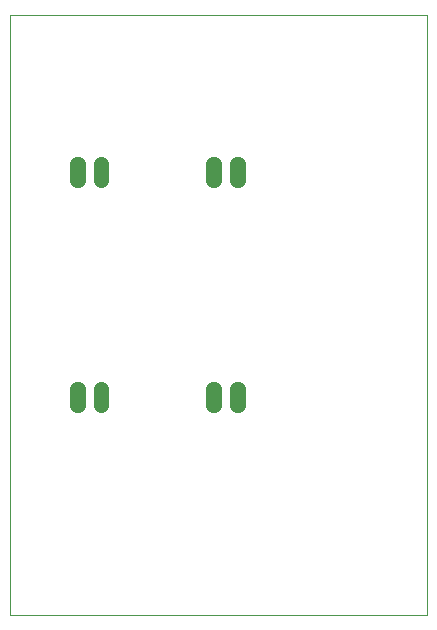
<source format=gbp>
G75*
%MOIN*%
%OFA0B0*%
%FSLAX25Y25*%
%IPPOS*%
%LPD*%
%AMOC8*
5,1,8,0,0,1.08239X$1,22.5*
%
%ADD10C,0.00000*%
%ADD11C,0.04500*%
D10*
X0001000Y0001000D02*
X0001000Y0200961D01*
X0139701Y0200961D01*
X0139701Y0001000D01*
X0001000Y0001000D01*
D11*
X0023250Y0070750D02*
X0023250Y0076250D01*
X0023750Y0076250D01*
X0023750Y0070750D01*
X0023250Y0070750D01*
X0023250Y0075249D02*
X0023750Y0075249D01*
X0031150Y0076250D02*
X0031150Y0070750D01*
X0031150Y0076250D02*
X0031650Y0076250D01*
X0031650Y0070750D01*
X0031150Y0070750D01*
X0031150Y0075249D02*
X0031650Y0075249D01*
X0068650Y0076250D02*
X0068650Y0070750D01*
X0068650Y0076250D02*
X0069150Y0076250D01*
X0069150Y0070750D01*
X0068650Y0070750D01*
X0068650Y0075249D02*
X0069150Y0075249D01*
X0076550Y0076250D02*
X0076550Y0070750D01*
X0076550Y0076250D02*
X0077050Y0076250D01*
X0077050Y0070750D01*
X0076550Y0070750D01*
X0076550Y0075249D02*
X0077050Y0075249D01*
X0076550Y0145750D02*
X0076550Y0151250D01*
X0077050Y0151250D01*
X0077050Y0145750D01*
X0076550Y0145750D01*
X0076550Y0150249D02*
X0077050Y0150249D01*
X0068650Y0151250D02*
X0068650Y0145750D01*
X0068650Y0151250D02*
X0069150Y0151250D01*
X0069150Y0145750D01*
X0068650Y0145750D01*
X0068650Y0150249D02*
X0069150Y0150249D01*
X0031150Y0151250D02*
X0031150Y0145750D01*
X0031150Y0151250D02*
X0031650Y0151250D01*
X0031650Y0145750D01*
X0031150Y0145750D01*
X0031150Y0150249D02*
X0031650Y0150249D01*
X0023250Y0151250D02*
X0023250Y0145750D01*
X0023250Y0151250D02*
X0023750Y0151250D01*
X0023750Y0145750D01*
X0023250Y0145750D01*
X0023250Y0150249D02*
X0023750Y0150249D01*
M02*

</source>
